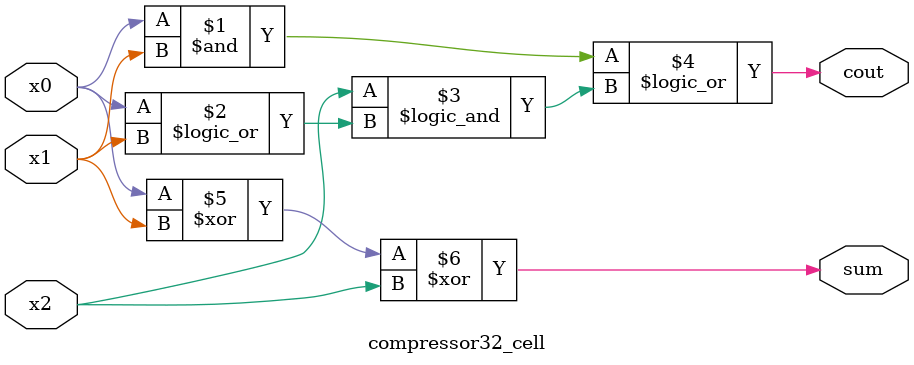
<source format=v>
module compressor32 #(
    parameter WIDTH = 32
)(
    input   [WIDTH-1:0]     x0,
    input   [WIDTH-1:0]     x1,
    input   [WIDTH-1:0]     x2,

    output  [WIDTH-1:0]     cout,
    output  [WIDTH-1:0]     sum
);

    genvar i;
    generate
        for(i = 0;i < WIDTH; i = i + 1) begin: CELLS
            compressor32_cell u_compressor32_cell(
                .x0                 (x0[i]),
                .x1                 (x1[i]),
                .x2                 (x2[i]),
                .cout               (cout[i]),
                .sum                (sum[i])
            );
        end
    endgenerate

endmodule


module compressor32_cell(
    input   x0,
    input   x1,
    input   x2,

    output  cout,
    output  sum
);

    assign cout = (x0 & x1) || (x2 && (x0 || x1)); // cout=a0a1+a2(a0+a1)
    assign sum = x0 ^ x1 ^ x2;

endmodule

</source>
